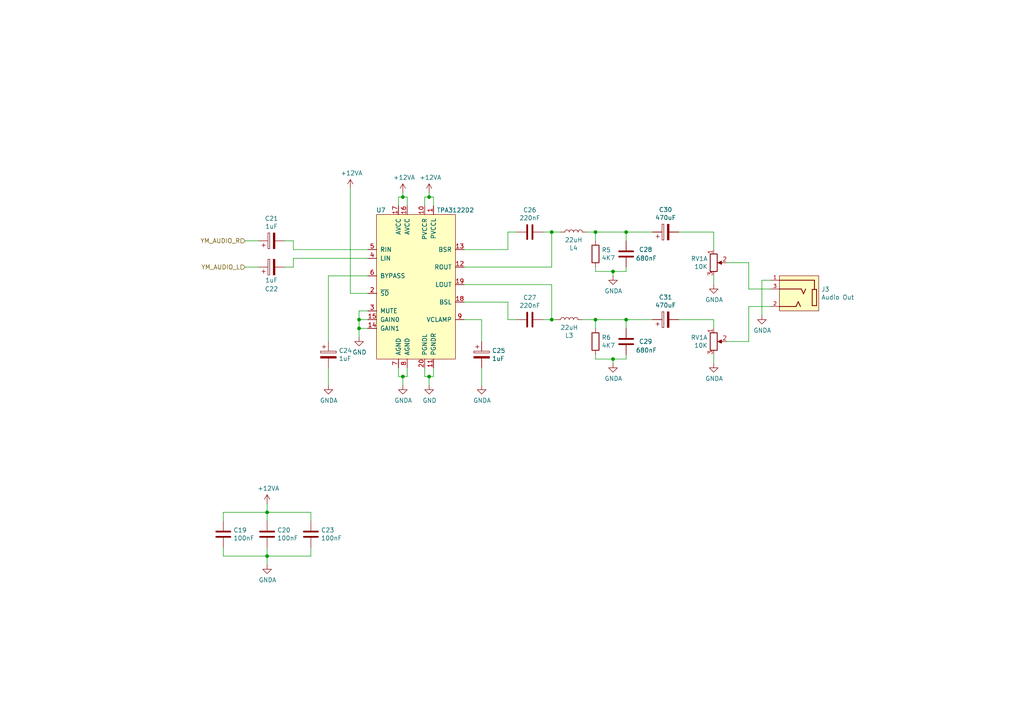
<source format=kicad_sch>
(kicad_sch (version 20211123) (generator eeschema)
  (paper "A4")
  (lib_symbols
    (symbol "Ddraig:35RAPC2BHN2" (pin_names (offset 1.016) hide)
      (property "Reference" "J" (at -5.08 7.62 0))
      (property "Value" "35RAPC2BHN2" (at -7.62 -6.35 0))
      (symbol "35RAPC2BHN2_0_0"
        (polyline (pts (xy -5.715 -2.286) (xy -5.715 2.413)) (stroke (width 0.254)))
        (polyline (pts (xy -5.715 2.413) (xy -5.08 2.413)) (stroke (width 0.254)))
        (polyline (pts (xy -5.08 2.413) (xy -4.445 2.413)) (stroke (width 0.254)))
        (polyline (pts (xy -5.08 5.08) (xy -5.08 2.413)) (stroke (width 0.254)))
        (polyline (pts (xy -4.445 -2.286) (xy -5.715 -2.286)) (stroke (width 0.254)))
        (polyline (pts (xy -4.445 2.413) (xy -4.445 -2.286)) (stroke (width 0.254)))
        (polyline (pts (xy -1.905 1.143) (xy -2.54 2.54)) (stroke (width 0.254)))
        (polyline (pts (xy -1.27 2.54) (xy -1.905 1.143)) (stroke (width 0.254)))
        (polyline (pts (xy -0.381 -1.143) (xy -1.016 -2.54)) (stroke (width 0.254)))
        (polyline (pts (xy 0.254 -2.54) (xy -0.381 -1.143)) (stroke (width 0.254)))
        (polyline (pts (xy 5.08 -2.54) (xy 0.254 -2.54)) (stroke (width 0.254)))
        (polyline (pts (xy 5.08 2.54) (xy -1.27 2.54)) (stroke (width 0.254)))
        (polyline (pts (xy 5.08 5.08) (xy -5.08 5.08)) (stroke (width 0.254)))
        (pin passive line (at 7.62 5.08 180) (length 2.54) (name "~") (number "1"))
        (pin passive line (at 7.62 -2.54 180) (length 2.54) (name "~") (number "2"))
        (pin passive line (at 7.62 2.54 180) (length 2.54) (name "~") (number "3"))
      )
      (symbol "35RAPC2BHN2_1_1"
        (rectangle (start -6.35 6.35) (end 5.08 -3.81) (fill (type background)))
      )
    )
    (symbol "Ddraig:TPA3122D2" (pin_names (offset 1.016))
      (property "Reference" "U" (at 8.89 22.86 0))
      (property "Value" "TPA3122D2" (at -12.7 -21.59 0))
      (symbol "TPA3122D2_0_1"
        (rectangle (start -11.43 21.59) (end 11.43 -20.32) (fill (type background)))
      )
      (symbol "TPA3122D2_1_1"
        (pin power_in line (at 5.08 24.13 270) (length 2.54) (name "PVCCL") (number "1"))
        (pin power_in line (at 2.54 24.13 270) (length 2.54) (name "PVCCR") (number "10"))
        (pin power_in line (at 5.08 -22.86 90) (length 2.54) (name "PGNDR") (number "11"))
        (pin output line (at 13.97 6.35 180) (length 2.54) (name "ROUT") (number "12"))
        (pin passive line (at 13.97 11.43 180) (length 2.54) (name "BSR") (number "13"))
        (pin input line (at -13.97 -11.43 0) (length 2.54) (name "GAIN1") (number "14"))
        (pin input line (at -13.97 -8.89 0) (length 2.54) (name "GAIN0") (number "15"))
        (pin power_in line (at -2.54 24.13 270) (length 2.54) (name "AVCC") (number "16"))
        (pin power_in line (at -5.08 24.13 270) (length 2.54) (name "AVCC") (number "17"))
        (pin passive line (at 13.97 -3.81 180) (length 2.54) (name "BSL") (number "18"))
        (pin output line (at 13.97 1.27 180) (length 2.54) (name "LOUT") (number "19"))
        (pin input line (at -13.97 -1.27 0) (length 2.54) (name "~{SD}") (number "2"))
        (pin power_in line (at 2.54 -22.86 90) (length 2.54) (name "PGNDL") (number "20"))
        (pin input line (at -13.97 -6.35 0) (length 2.54) (name "MUTE") (number "3"))
        (pin input line (at -13.97 8.89 0) (length 2.54) (name "LIN") (number "4"))
        (pin input line (at -13.97 11.43 0) (length 2.54) (name "RIN") (number "5"))
        (pin passive line (at -13.97 3.81 0) (length 2.54) (name "BYPASS") (number "6"))
        (pin power_in line (at -5.08 -22.86 90) (length 2.54) (name "AGND") (number "7"))
        (pin power_in line (at -2.54 -22.86 90) (length 2.54) (name "AGND") (number "8"))
        (pin input line (at 13.97 -8.89 180) (length 2.54) (name "VCLAMP") (number "9"))
      )
    )
    (symbol "Device:C" (pin_numbers hide) (pin_names (offset 0.254))
      (property "Reference" "C" (at 0.635 2.54 0))
      (property "Value" "C" (at 0.635 -2.54 0))
      (symbol "C_0_1"
        (polyline (pts (xy -2.032 -0.762) (xy 2.032 -0.762)) (stroke (width 0.508)))
        (polyline (pts (xy -2.032 0.762) (xy 2.032 0.762)) (stroke (width 0.508)))
      )
      (symbol "C_1_1"
        (pin passive line (at 0 3.81 270) (length 2.794) (name "~") (number "1"))
        (pin passive line (at 0 -3.81 90) (length 2.794) (name "~") (number "2"))
      )
    )
    (symbol "Device:C_Polarized" (pin_numbers hide) (pin_names (offset 0.254))
      (property "Reference" "C" (at 0.635 2.54 0))
      (property "Value" "C_Polarized" (at 0.635 -2.54 0))
      (symbol "C_Polarized_0_1"
        (rectangle (start -2.286 0.508) (end 2.286 1.016))
        (polyline (pts (xy -1.778 2.286) (xy -0.762 2.286)))
        (polyline (pts (xy -1.27 2.794) (xy -1.27 1.778)))
        (rectangle (start 2.286 -0.508) (end -2.286 -1.016) (fill (type outline)))
      )
      (symbol "C_Polarized_1_1"
        (pin passive line (at 0 3.81 270) (length 2.794) (name "~") (number "1"))
        (pin passive line (at 0 -3.81 90) (length 2.794) (name "~") (number "2"))
      )
    )
    (symbol "Device:L" (pin_numbers hide) (pin_names (offset 1.016) hide)
      (property "Reference" "L" (at -1.27 0 90))
      (property "Value" "L" (at 1.905 0 90))
      (symbol "L_0_1"
        (arc (start 0 -2.54) (mid 0.635 -1.905) (end 0 -1.27))
        (arc (start 0 -1.27) (mid 0.635 -0.635) (end 0 0))
        (arc (start 0 0) (mid 0.635 0.635) (end 0 1.27))
        (arc (start 0 1.27) (mid 0.635 1.905) (end 0 2.54))
      )
      (symbol "L_1_1"
        (pin passive line (at 0 3.81 270) (length 1.27) (name "1") (number "1"))
        (pin passive line (at 0 -3.81 90) (length 1.27) (name "2") (number "2"))
      )
    )
    (symbol "Device:R" (pin_numbers hide) (pin_names (offset 0))
      (property "Reference" "R" (at 2.032 0 90))
      (property "Value" "R" (at 0 0 90))
      (symbol "R_0_1"
        (rectangle (start -1.016 -2.54) (end 1.016 2.54) (stroke (width 0.254)))
      )
      (symbol "R_1_1"
        (pin passive line (at 0 3.81 270) (length 1.27) (name "~") (number "1"))
        (pin passive line (at 0 -3.81 90) (length 1.27) (name "~") (number "2"))
      )
    )
    (symbol "Device:R_Potentiometer_Dual_Separate" (pin_names (offset 1.016) hide)
      (property "Reference" "RV" (at -4.445 0 90))
      (property "Value" "R_Potentiometer_Dual_Separate" (at -2.54 0 90))
      (symbol "R_Potentiometer_Dual_Separate_0_1"
        (polyline (pts (xy 2.54 0) (xy 1.524 0)))
        (polyline (pts (xy 1.143 0) (xy 2.286 0.508) (xy 2.286 -0.508) (xy 1.143 0)) (fill (type outline)))
        (rectangle (start 1.016 2.54) (end -1.016 -2.54) (stroke (width 0.254)))
      )
      (symbol "R_Potentiometer_Dual_Separate_1_1"
        (pin passive line (at 0 3.81 270) (length 1.27) (name "1") (number "1"))
        (pin passive line (at 3.81 0 180) (length 1.27) (name "2") (number "2"))
        (pin passive line (at 0 -3.81 90) (length 1.27) (name "3") (number "3"))
      )
      (symbol "R_Potentiometer_Dual_Separate_2_1"
        (pin passive line (at 0 3.81 270) (length 1.27) (name "4") (number "4"))
        (pin passive line (at 3.81 0 180) (length 1.27) (name "5") (number "5"))
        (pin passive line (at 0 -3.81 90) (length 1.27) (name "6") (number "6"))
      )
    )
    (symbol "power:+12VA" (power) (pin_names (offset 0))
      (property "Value" "+12VA" (at 0 3.556 0))
      (symbol "+12VA_0_1"
        (polyline (pts (xy -0.762 1.27) (xy 0 2.54)))
        (polyline (pts (xy 0 0) (xy 0 2.54)))
        (polyline (pts (xy 0 2.54) (xy 0.762 1.27)))
      )
      (symbol "+12VA_1_1"
        (pin power_in line (at 0 0 90) (length 0) hide (name "+12VA") (number "1"))
      )
    )
    (symbol "power:GND" (power) (pin_names (offset 0))
      (property "Value" "GND" (at 0 -3.81 0))
      (symbol "GND_0_1"
        (polyline (pts (xy 0 0) (xy 0 -1.27) (xy 1.27 -1.27) (xy 0 -2.54) (xy -1.27 -1.27) (xy 0 -1.27)))
      )
      (symbol "GND_1_1"
        (pin power_in line (at 0 0 270) (length 0) hide (name "GND") (number "1"))
      )
    )
    (symbol "power:GNDA" (power) (pin_names (offset 0))
      (property "Value" "GNDA" (at 0 -3.81 0))
      (symbol "GNDA_0_1"
        (polyline (pts (xy 0 0) (xy 0 -1.27) (xy 1.27 -1.27) (xy 0 -2.54) (xy -1.27 -1.27) (xy 0 -1.27)))
      )
      (symbol "GNDA_1_1"
        (pin power_in line (at 0 0 270) (length 0) hide (name "GNDA") (number "1"))
      )
    )
  )
  (junction (at 181.61 92.71))
  (junction (at 172.72 67.31))
  (junction (at 104.14 92.71))
  (junction (at 124.46 57.15))
  (junction (at 160.02 67.31))
  (junction (at 124.46 109.22))
  (junction (at 172.72 92.71))
  (junction (at 116.84 57.15))
  (junction (at 177.8 104.14))
  (junction (at 177.8 78.74))
  (junction (at 181.61 67.31))
  (junction (at 160.02 92.71))
  (junction (at 104.14 95.25))
  (junction (at 116.84 109.22))
  (junction (at 77.47 161.29))
  (junction (at 77.47 148.59))
  (wire (pts (xy 172.72 69.85) (xy 172.72 67.31)))
  (wire (pts (xy 177.8 105.41) (xy 177.8 104.14)))
  (wire (pts (xy 77.47 161.29) (xy 77.47 163.83)))
  (wire (pts (xy 160.02 92.71) (xy 157.48 92.71)))
  (wire (pts (xy 210.82 76.2) (xy 217.17 76.2)))
  (wire (pts (xy 118.11 106.68) (xy 118.11 109.22)))
  (wire (pts (xy 181.61 92.71) (xy 189.23 92.71)))
  (wire (pts (xy 168.91 92.71) (xy 172.72 92.71)))
  (wire (pts (xy 116.84 57.15) (xy 118.11 57.15)))
  (wire (pts (xy 160.02 92.71) (xy 161.29 92.71)))
  (wire (pts (xy 90.17 148.59) (xy 77.47 148.59)))
  (wire (pts (xy 157.48 67.31) (xy 160.02 67.31)))
  (wire (pts (xy 74.93 69.85) (xy 71.12 69.85)))
  (wire (pts (xy 125.73 109.22) (xy 125.73 106.68)))
  (wire (pts (xy 207.01 80.01) (xy 207.01 82.55)))
  (wire (pts (xy 172.72 102.87) (xy 172.72 104.14)))
  (wire (pts (xy 124.46 55.88) (xy 124.46 57.15)))
  (wire (pts (xy 90.17 158.75) (xy 90.17 161.29)))
  (wire (pts (xy 172.72 92.71) (xy 181.61 92.71)))
  (wire (pts (xy 134.62 82.55) (xy 160.02 82.55)))
  (wire (pts (xy 177.8 78.74) (xy 181.61 78.74)))
  (wire (pts (xy 123.19 106.68) (xy 123.19 109.22)))
  (wire (pts (xy 139.7 106.68) (xy 139.7 111.76)))
  (wire (pts (xy 220.98 81.28) (xy 223.52 81.28)))
  (wire (pts (xy 181.61 104.14) (xy 181.61 102.87)))
  (wire (pts (xy 207.01 92.71) (xy 207.01 95.25)))
  (wire (pts (xy 116.84 55.88) (xy 116.84 57.15)))
  (wire (pts (xy 106.68 85.09) (xy 101.6 85.09)))
  (wire (pts (xy 134.62 87.63) (xy 147.32 87.63)))
  (wire (pts (xy 220.98 91.44) (xy 220.98 81.28)))
  (wire (pts (xy 147.32 67.31) (xy 149.86 67.31)))
  (wire (pts (xy 106.68 92.71) (xy 104.14 92.71)))
  (wire (pts (xy 147.32 87.63) (xy 147.32 92.71)))
  (wire (pts (xy 172.72 92.71) (xy 172.72 95.25)))
  (wire (pts (xy 139.7 92.71) (xy 139.7 99.06)))
  (wire (pts (xy 64.77 161.29) (xy 77.47 161.29)))
  (wire (pts (xy 95.25 111.76) (xy 95.25 106.68)))
  (wire (pts (xy 115.57 59.69) (xy 115.57 57.15)))
  (wire (pts (xy 147.32 72.39) (xy 147.32 67.31)))
  (wire (pts (xy 64.77 148.59) (xy 64.77 151.13)))
  (wire (pts (xy 207.01 67.31) (xy 207.01 72.39)))
  (wire (pts (xy 124.46 111.76) (xy 124.46 109.22)))
  (wire (pts (xy 77.47 146.05) (xy 77.47 148.59)))
  (wire (pts (xy 85.09 74.93) (xy 85.09 77.47)))
  (wire (pts (xy 160.02 77.47) (xy 160.02 67.31)))
  (wire (pts (xy 116.84 109.22) (xy 118.11 109.22)))
  (wire (pts (xy 77.47 161.29) (xy 90.17 161.29)))
  (wire (pts (xy 134.62 72.39) (xy 147.32 72.39)))
  (wire (pts (xy 104.14 95.25) (xy 104.14 92.71)))
  (wire (pts (xy 210.82 99.06) (xy 217.17 99.06)))
  (wire (pts (xy 82.55 77.47) (xy 85.09 77.47)))
  (wire (pts (xy 104.14 92.71) (xy 104.14 90.17)))
  (wire (pts (xy 85.09 72.39) (xy 106.68 72.39)))
  (wire (pts (xy 177.8 104.14) (xy 181.61 104.14)))
  (wire (pts (xy 123.19 109.22) (xy 124.46 109.22)))
  (wire (pts (xy 104.14 97.79) (xy 104.14 95.25)))
  (wire (pts (xy 115.57 57.15) (xy 116.84 57.15)))
  (wire (pts (xy 134.62 77.47) (xy 160.02 77.47)))
  (wire (pts (xy 207.01 102.87) (xy 207.01 105.41)))
  (wire (pts (xy 196.85 92.71) (xy 207.01 92.71)))
  (wire (pts (xy 124.46 109.22) (xy 125.73 109.22)))
  (wire (pts (xy 106.68 74.93) (xy 85.09 74.93)))
  (wire (pts (xy 124.46 57.15) (xy 125.73 57.15)))
  (wire (pts (xy 118.11 59.69) (xy 118.11 57.15)))
  (wire (pts (xy 172.72 77.47) (xy 172.72 78.74)))
  (wire (pts (xy 74.93 77.47) (xy 71.12 77.47)))
  (wire (pts (xy 116.84 111.76) (xy 116.84 109.22)))
  (wire (pts (xy 125.73 57.15) (xy 125.73 59.69)))
  (wire (pts (xy 106.68 95.25) (xy 104.14 95.25)))
  (wire (pts (xy 160.02 82.55) (xy 160.02 92.71)))
  (wire (pts (xy 104.14 90.17) (xy 106.68 90.17)))
  (wire (pts (xy 123.19 59.69) (xy 123.19 57.15)))
  (wire (pts (xy 101.6 54.61) (xy 101.6 85.09)))
  (wire (pts (xy 90.17 151.13) (xy 90.17 148.59)))
  (wire (pts (xy 77.47 148.59) (xy 77.47 151.13)))
  (wire (pts (xy 217.17 76.2) (xy 217.17 83.82)))
  (wire (pts (xy 64.77 161.29) (xy 64.77 158.75)))
  (wire (pts (xy 170.18 67.31) (xy 172.72 67.31)))
  (wire (pts (xy 172.72 67.31) (xy 181.61 67.31)))
  (wire (pts (xy 217.17 99.06) (xy 217.17 88.9)))
  (wire (pts (xy 85.09 69.85) (xy 85.09 72.39)))
  (wire (pts (xy 172.72 78.74) (xy 177.8 78.74)))
  (wire (pts (xy 123.19 57.15) (xy 124.46 57.15)))
  (wire (pts (xy 95.25 80.01) (xy 95.25 99.06)))
  (wire (pts (xy 77.47 158.75) (xy 77.47 161.29)))
  (wire (pts (xy 181.61 69.85) (xy 181.61 67.31)))
  (wire (pts (xy 181.61 67.31) (xy 189.23 67.31)))
  (wire (pts (xy 181.61 95.25) (xy 181.61 92.71)))
  (wire (pts (xy 217.17 83.82) (xy 223.52 83.82)))
  (wire (pts (xy 106.68 80.01) (xy 95.25 80.01)))
  (wire (pts (xy 177.8 80.01) (xy 177.8 78.74)))
  (wire (pts (xy 147.32 92.71) (xy 149.86 92.71)))
  (wire (pts (xy 85.09 69.85) (xy 82.55 69.85)))
  (wire (pts (xy 134.62 92.71) (xy 139.7 92.71)))
  (wire (pts (xy 196.85 67.31) (xy 207.01 67.31)))
  (wire (pts (xy 160.02 67.31) (xy 162.56 67.31)))
  (wire (pts (xy 172.72 104.14) (xy 177.8 104.14)))
  (wire (pts (xy 77.47 148.59) (xy 64.77 148.59)))
  (wire (pts (xy 115.57 106.68) (xy 115.57 109.22)))
  (wire (pts (xy 217.17 88.9) (xy 223.52 88.9)))
  (wire (pts (xy 181.61 78.74) (xy 181.61 77.47)))
  (wire (pts (xy 115.57 109.22) (xy 116.84 109.22)))
  (hierarchical_label "YM_AUDIO_R" (shape input) (at 71.12 69.85 180))
  (hierarchical_label "YM_AUDIO_L" (shape input) (at 71.12 77.47 180))
  (symbol (lib_id "Ddraig:TPA3122D2") (at 120.65 83.82 0)
    (property "Reference" "U7" (at 110.49 60.96 0))
    (property "Value" "TPA3122D2" (at 132.08 60.96 0))
    (property "Footprint" "Package_DIP:DIP-20_W7.62mm_Socket" (effects hide))
  )
  (symbol (lib_id "Device:C_Polarized") (at 78.74 69.85 90)
    (property "Reference" "C21" (at 78.74 63.373 90))
    (property "Value" "1uF" (at 78.74 65.6844 90))
    (property "Footprint" "Capacitor_THT:CP_Radial_D5.0mm_P2.50mm" (effects hide))
  )
  (symbol (lib_id "Device:C_Polarized") (at 78.74 77.47 90)
    (property "Reference" "C22" (at 78.74 83.82 90))
    (property "Value" "1uF" (at 78.74 81.28 90))
    (property "Footprint" "Capacitor_THT:CP_Radial_D5.0mm_P2.50mm" (effects hide))
  )
  (symbol (lib_id "power:GND") (at 104.14 97.79 0)
    (property "Reference" "#PWR052" (effects hide))
    (property "Value" "GND" (at 104.267 102.1842 0))
  )
  (symbol (lib_id "Device:C_Polarized") (at 139.7 102.87 0)
    (property "Reference" "C25" (at 142.6972 101.7016 0) (effects (justify left)))
    (property "Value" "1uF" (at 142.6972 104.013 0) (effects (justify left)))
    (property "Footprint" "Capacitor_THT:CP_Radial_D5.0mm_P2.50mm" (effects hide))
  )
  (symbol (lib_id "Device:C_Polarized") (at 95.25 102.87 0)
    (property "Reference" "C24" (at 98.2472 101.7016 0) (effects (justify left)))
    (property "Value" "1uF" (at 98.2472 104.013 0) (effects (justify left)))
    (property "Footprint" "Capacitor_THT:CP_Radial_D5.0mm_P2.50mm" (effects hide))
  )
  (symbol (lib_id "Device:C") (at 153.67 67.31 270)
    (property "Reference" "C26" (at 153.67 60.9092 90))
    (property "Value" "220nF" (at 153.67 63.2206 90))
    (property "Footprint" "Capacitor_THT:C_Disc_D5.0mm_W2.5mm_P2.50mm" (effects hide))
  )
  (symbol (lib_id "Device:L") (at 166.37 67.31 90)
    (property "Reference" "L4" (at 166.37 71.9074 90))
    (property "Value" "22uH" (at 166.37 69.596 90))
    (property "Footprint" "Inductor_THT:L_Radial_D8.7mm_P5.00mm_Fastron_07HCP" (effects hide))
  )
  (symbol (lib_id "Device:C_Polarized") (at 193.04 67.31 90)
    (property "Reference" "C30" (at 193.04 60.833 90))
    (property "Value" "470uF" (at 193.04 63.1444 90))
    (property "Footprint" "Capacitor_THT:CP_Radial_D10.0mm_P5.00mm" (effects hide))
  )
  (symbol (lib_id "Device:C") (at 181.61 73.66 180)
    (property "Reference" "C28" (at 189.23 72.39 0) (effects (justify left)))
    (property "Value" "680nF" (at 190.5 74.93 0) (effects (justify left)))
    (property "Footprint" "Capacitor_THT:C_Disc_D5.0mm_W2.5mm_P2.50mm" (effects hide))
  )
  (symbol (lib_id "Device:R") (at 172.72 73.66 0)
    (property "Reference" "R5" (at 174.498 72.4916 0) (effects (justify left)))
    (property "Value" "4K7" (at 174.498 74.803 0) (effects (justify left)))
    (property "Footprint" "Resistor_THT:R_Axial_DIN0207_L6.3mm_D2.5mm_P10.16mm_Horizontal" (effects hide))
  )
  (symbol (lib_id "Device:C") (at 153.67 92.71 270)
    (property "Reference" "C27" (at 153.67 86.3092 90))
    (property "Value" "220nF" (at 153.67 88.6206 90))
    (property "Footprint" "Capacitor_THT:C_Disc_D5.0mm_W2.5mm_P2.50mm" (effects hide))
  )
  (symbol (lib_id "Device:L") (at 165.1 92.71 90)
    (property "Reference" "L3" (at 165.1 97.3074 90))
    (property "Value" "22uH" (at 165.1 94.996 90))
    (property "Footprint" "Inductor_THT:L_Radial_D8.7mm_P5.00mm_Fastron_07HCP" (effects hide))
  )
  (symbol (lib_id "Device:C") (at 181.61 99.06 180)
    (property "Reference" "C29" (at 189.23 99.06 0) (effects (justify left)))
    (property "Value" "680nF" (at 190.5 101.6 0) (effects (justify left)))
    (property "Footprint" "Capacitor_THT:C_Disc_D5.0mm_W2.5mm_P2.50mm" (effects hide))
  )
  (symbol (lib_id "Device:R") (at 172.72 99.06 0)
    (property "Reference" "R6" (at 174.498 97.8916 0) (effects (justify left)))
    (property "Value" "4K7" (at 174.498 100.203 0) (effects (justify left)))
    (property "Footprint" "Resistor_THT:R_Axial_DIN0207_L6.3mm_D2.5mm_P10.16mm_Horizontal" (effects hide))
  )
  (symbol (lib_id "Device:C_Polarized") (at 193.04 92.71 90)
    (property "Reference" "C31" (at 193.04 86.233 90))
    (property "Value" "470uF" (at 193.04 88.5444 90))
    (property "Footprint" "Capacitor_THT:CP_Radial_D10.0mm_P5.00mm" (effects hide))
  )
  (symbol (lib_id "Device:R_Potentiometer_Dual_Separate") (at 207.01 76.2 0)
    (property "Reference" "RV1" (at 205.2574 75.0316 0) (effects (justify right)))
    (property "Value" "10K" (at 205.2574 77.343 0) (effects (justify right)))
    (property "Footprint" "Potentiometer_THT:Potentiometer_Alps_RK163_Dual_Horizontal" (effects hide))
  )
  (symbol (lib_id "Device:R_Potentiometer_Dual_Separate") (at 207.01 99.06 0)
    (property "Reference" "RV1" (at 205.232 97.8916 0) (effects (justify right)))
    (property "Value" "10K" (at 205.232 100.203 0) (effects (justify right)))
    (property "Footprint" "Potentiometer_THT:Potentiometer_Alps_RK163_Dual_Horizontal" (effects hide))
  )
  (symbol (lib_id "Ddraig:35RAPC2BHN2") (at 231.14 86.36 0) (mirror y)
    (property "Reference" "J3" (at 238.2012 83.9216 0) (effects (justify right)))
    (property "Value" "Audio Out" (at 238.2012 86.233 0) (effects (justify right)))
    (property "Footprint" "Ddraig:SWITCHCRAFT_35RAPC2BHN2" (effects hide))
    (property "STANDARD" "Manufacturer Recommendations" (effects hide))
    (property "MAXIMUM_PACKAGE_HIEGHT" "6.1214mm" (effects hide))
    (property "MANUFACTURER" "Switchcraft Inc." (effects hide))
    (property "PARTREV" "L" (effects hide))
  )
  (symbol (lib_id "power:GNDA") (at 77.47 163.83 0) (unit 1)
    (property "Reference" "#PWR049" (effects hide))
    (property "Value" "GNDA" (at 77.597 168.2242 0))
  )
  (symbol (lib_id "power:GNDA") (at 116.84 111.76 0) (unit 1)
    (property "Reference" "#PWR054" (effects hide))
    (property "Value" "GNDA" (at 116.967 116.1542 0))
  )
  (symbol (lib_id "power:GNDA") (at 139.7 111.76 0) (unit 1)
    (property "Reference" "#PWR057" (effects hide))
    (property "Value" "GNDA" (at 139.827 116.1542 0))
  )
  (symbol (lib_id "power:GNDA") (at 95.25 111.76 0) (unit 1)
    (property "Reference" "#PWR050" (effects hide))
    (property "Value" "GNDA" (at 95.377 116.1542 0))
  )
  (symbol (lib_id "power:GNDA") (at 177.8 105.41 0) (unit 1)
    (property "Reference" "#PWR059" (effects hide))
    (property "Value" "GNDA" (at 177.927 109.8042 0))
  )
  (symbol (lib_id "power:GNDA") (at 207.01 105.41 0) (unit 1)
    (property "Reference" "#PWR061" (effects hide))
    (property "Value" "GNDA" (at 207.137 109.8042 0))
  )
  (symbol (lib_id "power:GNDA") (at 207.01 82.55 0) (unit 1)
    (property "Reference" "#PWR060" (effects hide))
    (property "Value" "GNDA" (at 207.137 86.9442 0))
  )
  (symbol (lib_id "power:GNDA") (at 177.8 80.01 0) (unit 1)
    (property "Reference" "#PWR058" (effects hide))
    (property "Value" "GNDA" (at 177.927 84.4042 0))
  )
  (symbol (lib_id "power:GNDA") (at 220.98 91.44 0) (unit 1)
    (property "Reference" "#PWR062" (effects hide))
    (property "Value" "GNDA" (at 221.107 95.8342 0))
  )
  (symbol (lib_id "power:+12VA") (at 101.6 54.61 0) (unit 1)
    (property "Reference" "#PWR051" (effects hide))
    (property "Value" "+12VA" (at 101.981 50.2158 0))
  )
  (symbol (lib_id "power:+12VA") (at 124.46 55.88 0) (unit 1)
    (property "Reference" "#PWR055" (effects hide))
    (property "Value" "+12VA" (at 124.841 51.4858 0))
  )
  (symbol (lib_id "power:GND") (at 124.46 111.76 0) (unit 1)
    (property "Reference" "#PWR056" (effects hide))
    (property "Value" "GND" (at 124.587 116.1542 0))
  )
  (symbol (lib_id "power:+12VA") (at 116.84 55.88 0) (unit 1)
    (property "Reference" "#PWR053" (effects hide))
    (property "Value" "+12VA" (at 117.221 51.4858 0))
  )
  (symbol (lib_id "power:+12VA") (at 77.47 146.05 0) (unit 1)
    (property "Reference" "#PWR048" (effects hide))
    (property "Value" "+12VA" (at 77.851 141.6558 0))
  )
  (symbol (lib_id "Device:C") (at 90.17 154.94 0) (unit 1)
    (property "Reference" "C23" (at 93.091 153.7716 0) (effects (justify left)))
    (property "Value" "100nF" (at 93.091 156.083 0) (effects (justify left)))
    (property "Footprint" "Capacitor_THT:C_Disc_D5.0mm_W2.5mm_P2.50mm" (effects hide))
  )
  (symbol (lib_id "Device:C") (at 77.47 154.94 0) (unit 1)
    (property "Reference" "C20" (at 80.391 153.7716 0) (effects (justify left)))
    (property "Value" "100nF" (at 80.391 156.083 0) (effects (justify left)))
    (property "Footprint" "Capacitor_THT:C_Disc_D5.0mm_W2.5mm_P2.50mm" (effects hide))
  )
  (symbol (lib_id "Device:C") (at 64.77 154.94 0) (unit 1)
    (property "Reference" "C19" (at 67.691 153.7716 0) (effects (justify left)))
    (property "Value" "100nF" (at 67.691 156.083 0) (effects (justify left)))
    (property "Footprint" "Capacitor_THT:C_Disc_D5.0mm_W2.5mm_P2.50mm" (effects hide))
  )
)
</source>
